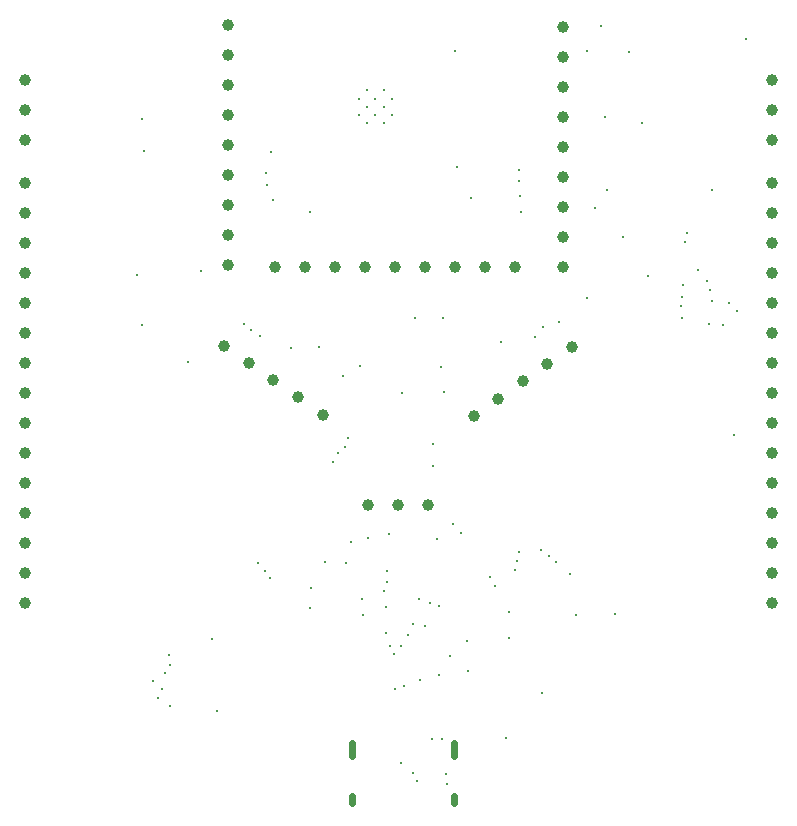
<source format=gbr>
%TF.GenerationSoftware,KiCad,Pcbnew,9.0.2*%
%TF.CreationDate,2025-08-29T22:08:27+05:30*%
%TF.ProjectId,4 SRA,34205352-412e-46b6-9963-61645f706362,rev?*%
%TF.SameCoordinates,Original*%
%TF.FileFunction,Plated,1,2,PTH,Mixed*%
%TF.FilePolarity,Positive*%
%FSLAX46Y46*%
G04 Gerber Fmt 4.6, Leading zero omitted, Abs format (unit mm)*
G04 Created by KiCad (PCBNEW 9.0.2) date 2025-08-29 22:08:27*
%MOMM*%
%LPD*%
G01*
G04 APERTURE LIST*
%TA.AperFunction,ComponentDrill*%
%ADD10C,0.200000*%
%TD*%
%TA.AperFunction,ViaDrill*%
%ADD11C,0.300000*%
%TD*%
G04 aperture for slot hole*
%TA.AperFunction,ComponentDrill*%
%ADD12C,0.600000*%
%TD*%
%TA.AperFunction,ComponentDrill*%
%ADD13C,1.000000*%
%TD*%
G04 APERTURE END LIST*
D10*
%TO.C,U4*%
X147000000Y-79840000D03*
X147000000Y-81240000D03*
X147700000Y-79140000D03*
X147700000Y-80540000D03*
X147700000Y-81940000D03*
X148375000Y-79840000D03*
X148375000Y-81240000D03*
X149100000Y-79140000D03*
X149100000Y-80540000D03*
X149100000Y-81940000D03*
X149800000Y-79840000D03*
X149800000Y-81240000D03*
%TD*%
D11*
X128200000Y-94800000D03*
X128582669Y-99043331D03*
X128600000Y-81550000D03*
X128800000Y-84250000D03*
X129575000Y-129150000D03*
X130000000Y-130610000D03*
X130293067Y-129865611D03*
X130550000Y-128510000D03*
X130925000Y-126925000D03*
X130975000Y-127832229D03*
X130975000Y-131250000D03*
X132525000Y-102177000D03*
X133580000Y-94450000D03*
X134525000Y-125625000D03*
X134975000Y-131731000D03*
X137225000Y-98950000D03*
X137877821Y-99412415D03*
X138400000Y-119200000D03*
X138625000Y-99925000D03*
X139012207Y-119813446D03*
X139109900Y-86159900D03*
X139175000Y-87175000D03*
X139481987Y-120460987D03*
X139550280Y-84375000D03*
X139675000Y-88450000D03*
X141250000Y-100950000D03*
X142825000Y-89400000D03*
X142832500Y-122992500D03*
X142907500Y-121280000D03*
X143630529Y-100900000D03*
X144150000Y-119075000D03*
X144810000Y-110647744D03*
X145178847Y-109863653D03*
X145675000Y-103300000D03*
X145792169Y-109350000D03*
X145893040Y-119181960D03*
X146050000Y-108550000D03*
X146350000Y-117414182D03*
X147087500Y-102476838D03*
X147250000Y-122240000D03*
X147325000Y-123550000D03*
X147725000Y-117075000D03*
X149100000Y-121550000D03*
X149275000Y-122846000D03*
X149275000Y-125050000D03*
X149392500Y-119800000D03*
X149392500Y-120775000D03*
X149525000Y-116700000D03*
X149625000Y-126150000D03*
X149950000Y-126900000D03*
X150025000Y-129850000D03*
X150525000Y-126200000D03*
X150550000Y-136080760D03*
X150625000Y-104775000D03*
X150764106Y-129543853D03*
X151131647Y-125243353D03*
X151534620Y-136934620D03*
X151550000Y-124325000D03*
X151700000Y-98450000D03*
X151884234Y-137654185D03*
X152050000Y-122175000D03*
X152175000Y-129075000D03*
X152568076Y-124456924D03*
X153012861Y-122557765D03*
X153200000Y-134065000D03*
X153250000Y-110950000D03*
X153269669Y-109069669D03*
X153626000Y-117125000D03*
X153750000Y-128650000D03*
X153778574Y-122789463D03*
X153925000Y-102550000D03*
X154000000Y-134065000D03*
X154057500Y-98450000D03*
X154175000Y-104675000D03*
X154341247Y-137032690D03*
X154400000Y-137909000D03*
X154724951Y-127025049D03*
X154973758Y-115876517D03*
X155087500Y-75787500D03*
X155287500Y-85637500D03*
X155665380Y-116584620D03*
X156147076Y-125772076D03*
X156233292Y-128306049D03*
X156450000Y-88250000D03*
X158075000Y-120375000D03*
X158471912Y-121069597D03*
X159020000Y-100420000D03*
X159430000Y-134000000D03*
X159700000Y-125550000D03*
X159725000Y-123325000D03*
X160154130Y-119770870D03*
X160335254Y-118991641D03*
X160525000Y-86800000D03*
X160572474Y-118227619D03*
X160575880Y-85924120D03*
X160600000Y-88100000D03*
X160675000Y-89475000D03*
X161910000Y-100010000D03*
X162400000Y-118075000D03*
X162520000Y-130132001D03*
X162560000Y-99215171D03*
X163040000Y-118583924D03*
X163656167Y-119094162D03*
X163962500Y-98787500D03*
X164815140Y-120104000D03*
X165399130Y-123556000D03*
X166275000Y-75850000D03*
X166300000Y-96725000D03*
X166927880Y-89097120D03*
X167500000Y-73725000D03*
X167800000Y-81400000D03*
X168000493Y-87574508D03*
X168699130Y-123481000D03*
X169380000Y-91575000D03*
X169843419Y-75868419D03*
X170975000Y-81875000D03*
X171425000Y-94875000D03*
X174271785Y-97398231D03*
X174300000Y-98400000D03*
X174325000Y-96600000D03*
X174425000Y-95625000D03*
X174599750Y-92005571D03*
X174775000Y-91225000D03*
X175702708Y-94351000D03*
X176475000Y-95300000D03*
X176600000Y-98900000D03*
X176702271Y-96067041D03*
X176867500Y-87592500D03*
X176875000Y-97000000D03*
X177775000Y-98975000D03*
X178337471Y-97170827D03*
X178720000Y-108290000D03*
X179000000Y-97825000D03*
X179737511Y-74821025D03*
D12*
%TO.C,J2*%
X146430000Y-135530000D02*
X146430000Y-134430000D01*
X146430000Y-139460000D02*
X146430000Y-138860000D01*
X155070000Y-135530000D02*
X155070000Y-134430000D01*
X155070000Y-139460000D02*
X155070000Y-138860000D01*
D13*
%TO.C,J6*%
X118700000Y-78290000D03*
X118700000Y-80830000D03*
X118700000Y-83370000D03*
%TO.C,J4*%
X118700000Y-86985000D03*
X118700000Y-89525000D03*
X118700000Y-92065000D03*
X118700000Y-94605000D03*
X118700000Y-97145000D03*
X118700000Y-99685000D03*
X118700000Y-102225000D03*
X118700000Y-104765000D03*
X118700000Y-107305000D03*
X118700000Y-109845000D03*
X118700000Y-112385000D03*
X118700000Y-114925000D03*
X118700000Y-117465000D03*
X118700000Y-120005000D03*
X118700000Y-122545000D03*
%TO.C,J7*%
X135575000Y-100775000D03*
%TO.C,J9*%
X135875000Y-73650000D03*
X135875000Y-76190000D03*
X135875000Y-78730000D03*
X135875000Y-81270000D03*
X135875000Y-83810000D03*
X135875000Y-86350000D03*
X135875000Y-88890000D03*
X135875000Y-91430000D03*
X135875000Y-93970000D03*
%TO.C,J7*%
X137655646Y-102231884D03*
X139736292Y-103688768D03*
%TO.C,J3*%
X139902500Y-94075000D03*
%TO.C,J7*%
X141816939Y-105145653D03*
%TO.C,J3*%
X142442500Y-94075000D03*
%TO.C,J7*%
X143897585Y-106602537D03*
%TO.C,J3*%
X144982500Y-94075000D03*
X147522500Y-94075000D03*
%TO.C,J1*%
X147740000Y-114255000D03*
%TO.C,J3*%
X150062500Y-94075000D03*
%TO.C,J1*%
X150280000Y-114255000D03*
%TO.C,J3*%
X152602500Y-94075000D03*
%TO.C,J1*%
X152820000Y-114255000D03*
%TO.C,J3*%
X155142500Y-94075000D03*
%TO.C,J8*%
X156700000Y-106700000D03*
%TO.C,J3*%
X157682500Y-94075000D03*
%TO.C,J8*%
X158780646Y-105243116D03*
%TO.C,J3*%
X160222500Y-94075000D03*
%TO.C,J8*%
X160861293Y-103786231D03*
X162941939Y-102329347D03*
%TO.C,J10*%
X164250000Y-73775000D03*
X164250000Y-76315000D03*
X164250000Y-78855000D03*
X164250000Y-81395000D03*
X164250000Y-83935000D03*
X164250000Y-86475000D03*
X164250000Y-89015000D03*
X164250000Y-91555000D03*
X164250000Y-94095000D03*
%TO.C,J8*%
X165022585Y-100872463D03*
%TO.C,J11*%
X181970000Y-78270000D03*
X181970000Y-80810000D03*
X181970000Y-83350000D03*
%TO.C,J5*%
X181975000Y-86985000D03*
X181975000Y-89525000D03*
X181975000Y-92065000D03*
X181975000Y-94605000D03*
X181975000Y-97145000D03*
X181975000Y-99685000D03*
X181975000Y-102225000D03*
X181975000Y-104765000D03*
X181975000Y-107305000D03*
X181975000Y-109845000D03*
X181975000Y-112385000D03*
X181975000Y-114925000D03*
X181975000Y-117465000D03*
X181975000Y-120005000D03*
X181975000Y-122545000D03*
M02*

</source>
